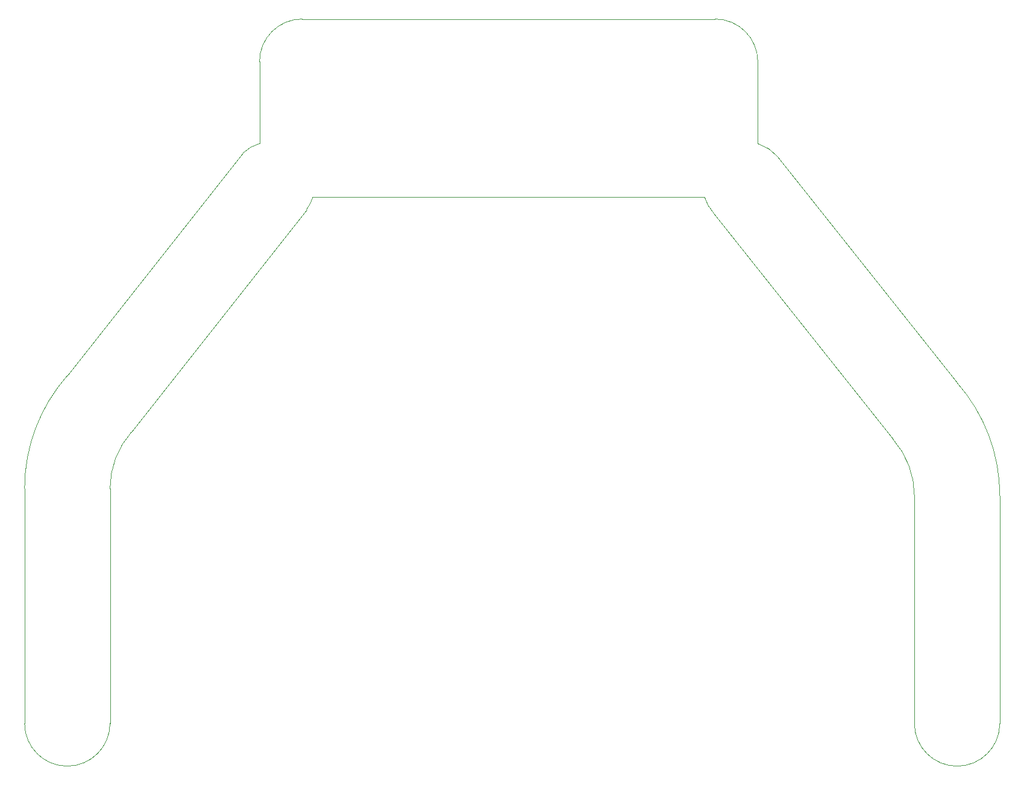
<source format=gbr>
%TF.GenerationSoftware,KiCad,Pcbnew,9.0.1*%
%TF.CreationDate,2025-05-06T09:48:23+02:00*%
%TF.ProjectId,lijnsensor V2,6c696a6e-7365-46e7-936f-722056322e6b,rev?*%
%TF.SameCoordinates,Original*%
%TF.FileFunction,Profile,NP*%
%FSLAX46Y46*%
G04 Gerber Fmt 4.6, Leading zero omitted, Abs format (unit mm)*
G04 Created by KiCad (PCBNEW 9.0.1) date 2025-05-06 09:48:23*
%MOMM*%
%LPD*%
G01*
G04 APERTURE LIST*
%TA.AperFunction,Profile*%
%ADD10C,0.050000*%
%TD*%
G04 APERTURE END LIST*
D10*
X65003413Y-109058878D02*
X89623837Y-77767201D01*
X171996587Y-110058880D02*
X146787743Y-78261018D01*
X90500000Y-76000000D02*
X145510880Y-76000000D01*
X153000000Y-68520000D02*
G75*
G02*
X155774262Y-70322348I-1750000J-5730000D01*
G01*
X147000000Y-51000000D02*
G75*
G02*
X153000000Y-57000000I0J-6000000D01*
G01*
X83000000Y-57000000D02*
X83000000Y-68500000D01*
X180993176Y-102117758D02*
X155774262Y-70322348D01*
X118000000Y-51000000D02*
X89000000Y-51000000D01*
X171996587Y-110058878D02*
G75*
G02*
X175000000Y-118000000I-8996587J-7941122D01*
G01*
X175000000Y-118000000D02*
X175000000Y-150000000D01*
X62000000Y-117000000D02*
G75*
G02*
X65003413Y-109058878I12000000J0D01*
G01*
X118000000Y-51000000D02*
X147000000Y-51000000D01*
X56006826Y-101117756D02*
X80704478Y-69804918D01*
X187000000Y-150000000D02*
X187000000Y-118000000D01*
X50000000Y-117000000D02*
G75*
G02*
X56006826Y-101117756I24000000J0D01*
G01*
X153000000Y-57000000D02*
X153000000Y-68520000D01*
X187000000Y-150000000D02*
G75*
G02*
X175000000Y-150000000I-6000000J0D01*
G01*
X180993176Y-102117758D02*
G75*
G02*
X187000000Y-118000000I-17993176J-15882242D01*
G01*
X50000000Y-150000000D02*
X50000000Y-117000000D01*
X146787743Y-78261018D02*
G75*
G02*
X145510880Y-76000000I4462257J4011018D01*
G01*
X90500000Y-76000000D02*
G75*
G02*
X89623837Y-77767203I-5750000J1750000D01*
G01*
X62000000Y-150000000D02*
G75*
G02*
X50000000Y-150000000I-6000000J0D01*
G01*
X80704477Y-69804918D02*
G75*
G02*
X83000000Y-68499999I4045523J-4445082D01*
G01*
X62000000Y-117000000D02*
X62000000Y-150000000D01*
X83000000Y-57000000D02*
G75*
G02*
X89000000Y-51000000I6000000J0D01*
G01*
M02*

</source>
